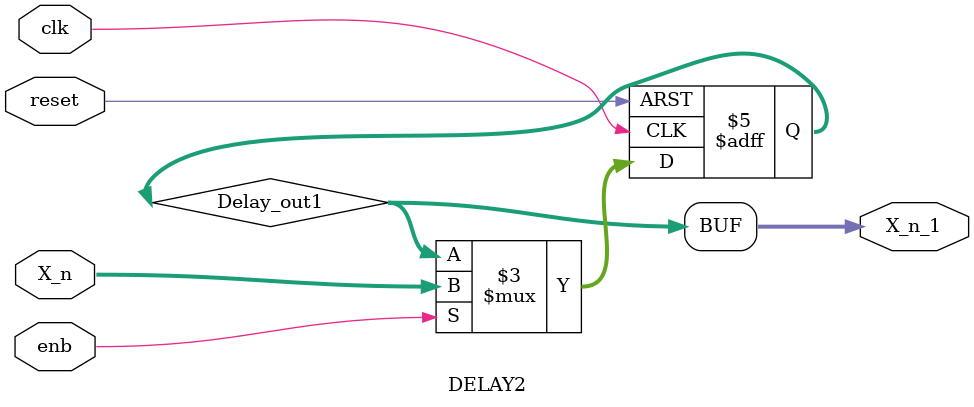
<source format=v>



`timescale 1 ns / 1 ns

module DELAY2
          (clk,
           reset,
           enb,
           X_n,
           X_n_1);


  input   clk;
  input   reset;
  input   enb;
  input   [7:0] X_n;  // uint8
  output  [7:0] X_n_1;  // uint8


  reg [7:0] Delay_out1;  // uint8


  always @(posedge clk or posedge reset)
    begin : Delay_process
      if (reset == 1'b1) begin
        Delay_out1 <= 8'b00000000;
      end
      else begin
        if (enb) begin
          Delay_out1 <= X_n;
        end
      end
    end



  assign X_n_1 = Delay_out1;

endmodule  // DELAY2


</source>
